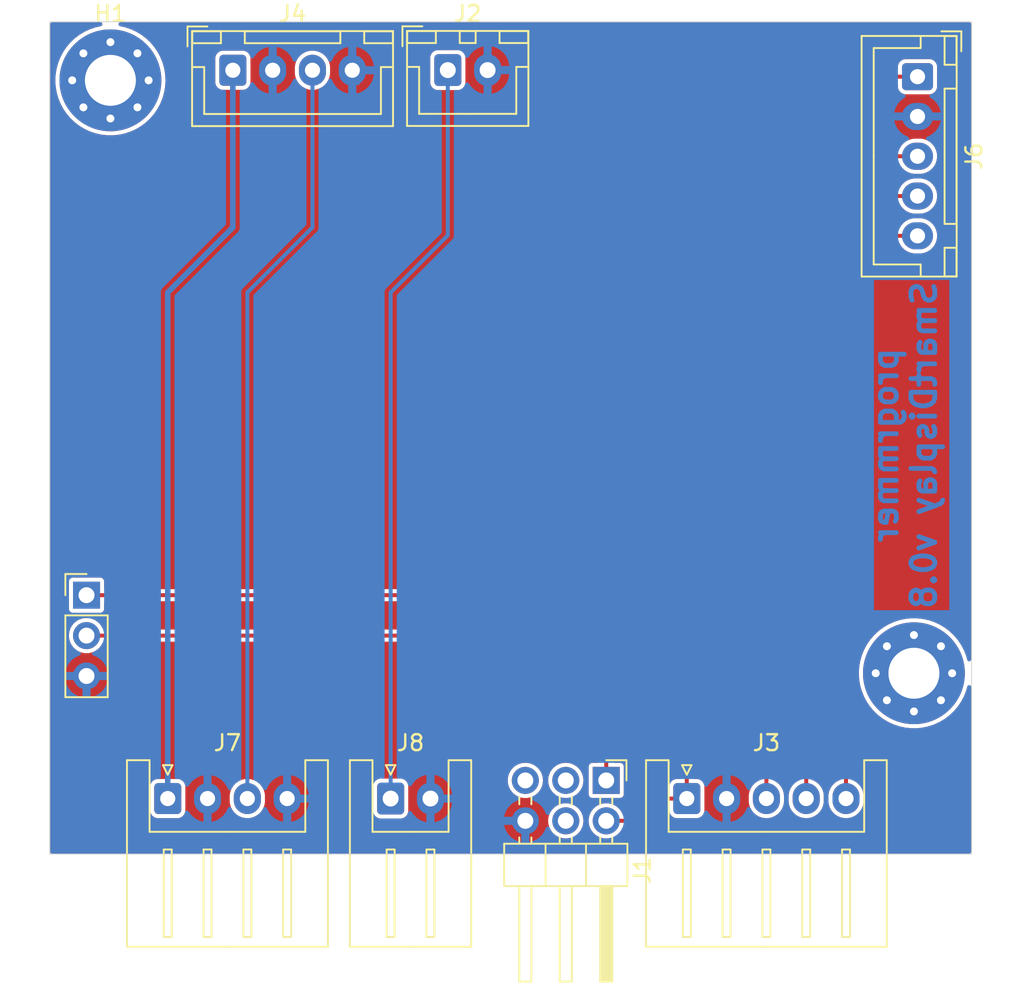
<source format=kicad_pcb>
(kicad_pcb (version 20221018) (generator pcbnew)
  (layers (0 "F.Cu" signal) (31 "B.Cu" signal) (34 "B.Paste" user) (35 "F.Paste" user) (36 "B.SilkS" user "B.Silkscreen") (37 "F.SilkS" user "F.Silkscreen") (38 "B.Mask" user) (39 "F.Mask" user) (44 "Edge.Cuts" user))
  (net 0 "")
  (net 1 "GND")
  (net 5 "KEY")
  (net 6 "RESET")
  (net 7 "TXD")
  (net 8 "RXD")
  (net 9 "+12V")
  (net 12 "INSTR.BEL")
  (net 13 "UPDI")
  (net 14 "+3V3")
  (footprint "MountingHole:MountingHole_3.2mm_M3_Pad_Via" (layer "F.Cu") (at 73.6 39.589)
    (fp_text reference "H1" (at 0 -4.2) (layer "F.SilkS"))
    (fp_text value "MountingHole_Pad")
    (pad "1" thru_hole circle (at -2.4 0) (size 0.8 0.8) (drill 0.5) (layers "*.Cu" "*.Mask"))
    (pad "1" thru_hole circle (at -1.697056 -1.697056) (size 0.8 0.8) (drill 0.5) (layers "*.Cu" "*.Mask"))
    (pad "1" thru_hole circle (at -1.697056 1.697056) (size 0.8 0.8) (drill 0.5) (layers "*.Cu" "*.Mask"))
    (pad "1" thru_hole circle (at 0 -2.4) (size 0.8 0.8) (drill 0.5) (layers "*.Cu" "*.Mask"))
    (pad "1" thru_hole circle (at 0 0) (size 6.4 6.4) (drill 3.2) (layers "*.Cu" "*.Mask"))
    (pad "1" thru_hole circle (at 0 2.4) (size 0.8 0.8) (drill 0.5) (layers "*.Cu" "*.Mask"))
    (pad "1" thru_hole circle (at 1.697056 -1.697056) (size 0.8 0.8) (drill 0.5) (layers "*.Cu" "*.Mask"))
    (pad "1" thru_hole circle (at 1.697056 1.697056) (size 0.8 0.8) (drill 0.5) (layers "*.Cu" "*.Mask"))
    (pad "1" thru_hole circle (at 2.4 0) (size 0.8 0.8) (drill 0.5) (layers "*.Cu" "*.Mask"))
  )
  (footprint "MountingHole:MountingHole_3.2mm_M3_Pad_Via" (layer "F.Cu") (at 124.065056 76.846056)
    (fp_text reference "H2" hide)
    (fp_text value "MountingHole_Pad")
    (pad "1" thru_hole circle (at -2.4 0) (size 0.8 0.8) (drill 0.5) (layers "*.Cu" "*.Mask"))
    (pad "1" thru_hole circle (at -1.697056 -1.697056) (size 0.8 0.8) (drill 0.5) (layers "*.Cu" "*.Mask"))
    (pad "1" thru_hole circle (at -1.697056 1.697056) (size 0.8 0.8) (drill 0.5) (layers "*.Cu" "*.Mask"))
    (pad "1" thru_hole circle (at 0 -2.4) (size 0.8 0.8) (drill 0.5) (layers "*.Cu" "*.Mask"))
    (pad "1" thru_hole circle (at 0 0) (size 6.4 6.4) (drill 3.2) (layers "*.Cu" "*.Mask"))
    (pad "1" thru_hole circle (at 0 2.4) (size 0.8 0.8) (drill 0.5) (layers "*.Cu" "*.Mask"))
    (pad "1" thru_hole circle (at 1.697056 -1.697056) (size 0.8 0.8) (drill 0.5) (layers "*.Cu" "*.Mask"))
    (pad "1" thru_hole circle (at 1.697056 1.697056) (size 0.8 0.8) (drill 0.5) (layers "*.Cu" "*.Mask"))
    (pad "1" thru_hole circle (at 2.4 0) (size 0.8 0.8) (drill 0.5) (layers "*.Cu" "*.Mask"))
  )
  (footprint "Connector_JST:JST_XH_B5B-XH-A_1x05_P2.50mm_Vertical" (layer "F.Cu") (at 124.29 39.36 -90)
    (fp_text reference "J6" (at 5 -3.55 90) (layer "F.SilkS"))
    (fp_text value "PROG/SERIAL")
    (fp_line (start -2.85 -2.75) (end -2.85 -1.5) (stroke (width 0.12)) (layer "F.SilkS"))
    (fp_line (start -2.56 -2.46) (end -2.56 3.51) (stroke (width 0.12)) (layer "F.SilkS"))
    (fp_line (start -2.56 3.51) (end 12.56 3.51) (stroke (width 0.12)) (layer "F.SilkS"))
    (fp_line (start -2.55 -2.45) (end -2.55 -1.7) (stroke (width 0.12)) (layer "F.SilkS"))
    (fp_line (start -2.55 -1.7) (end -0.75 -1.7) (stroke (width 0.12)) (layer "F.SilkS"))
    (fp_line (start -2.55 -0.2) (end -1.8 -0.2) (stroke (width 0.12)) (layer "F.SilkS"))
    (fp_line (start -1.8 -0.2) (end -1.8 2.75) (stroke (width 0.12)) (layer "F.SilkS"))
    (fp_line (start -1.8 2.75) (end 5 2.75) (stroke (width 0.12)) (layer "F.SilkS"))
    (fp_line (start -1.6 -2.75) (end -2.85 -2.75) (stroke (width 0.12)) (layer "F.SilkS"))
    (fp_line (start -0.75 -2.45) (end -2.55 -2.45) (stroke (width 0.12)) (layer "F.SilkS"))
    (fp_line (start -0.75 -1.7) (end -0.75 -2.45) (stroke (width 0.12)) (layer "F.SilkS"))
    (fp_line (start 0.75 -2.45) (end 0.75 -1.7) (stroke (width 0.12)) (layer "F.SilkS"))
    (fp_line (start 0.75 -1.7) (end 9.25 -1.7) (stroke (width 0.12)) (layer "F.SilkS"))
    (fp_line (start 9.25 -2.45) (end 0.75 -2.45) (stroke (width 0.12)) (layer "F.SilkS"))
    (fp_line (start 9.25 -1.7) (end 9.25 -2.45) (stroke (width 0.12)) (layer "F.SilkS"))
    (fp_line (start 10.75 -2.45) (end 10.75 -1.7) (stroke (width 0.12)) (layer "F.SilkS"))
    (fp_line (start 10.75 -1.7) (end 12.55 -1.7) (stroke (width 0.12)) (layer "F.SilkS"))
    (fp_line (start 11.8 -0.2) (end 11.8 2.75) (stroke (width 0.12)) (layer "F.SilkS"))
    (fp_line (start 11.8 2.75) (end 5 2.75) (stroke (width 0.12)) (layer "F.SilkS"))
    (fp_line (start 12.55 -2.45) (end 10.75 -2.45) (stroke (width 0.12)) (layer "F.SilkS"))
    (fp_line (start 12.55 -1.7) (end 12.55 -2.45) (stroke (width 0.12)) (layer "F.SilkS"))
    (fp_line (start 12.55 -0.2) (end 11.8 -0.2) (stroke (width 0.12)) (layer "F.SilkS"))
    (fp_line (start 12.56 -2.46) (end -2.56 -2.46) (stroke (width 0.12)) (layer "F.SilkS"))
    (fp_line (start 12.56 3.51) (end 12.56 -2.46) (stroke (width 0.12)) (layer "F.SilkS"))
    (pad "1" thru_hole roundrect (at 0 0 270) (size 1.7 1.95) (drill 0.95) (layers "*.Cu" "*.Mask") (roundrect_rratio 0.1470588235) (net 14 "+3V3"))
    (pad "2" thru_hole oval (at 2.5 0 270) (size 1.7 1.95) (drill 0.95) (layers "*.Cu" "*.Mask") (net 1 "GND"))
    (pad "3" thru_hole oval (at 5 0 270) (size 1.7 1.95) (drill 0.95) (layers "*.Cu" "*.Mask") (net 8 "RXD"))
    (pad "4" thru_hole oval (at 7.5 0 270) (size 1.7 1.95) (drill 0.95) (layers "*.Cu" "*.Mask") (net 7 "TXD"))
    (pad "5" thru_hole oval (at 10 0 270) (size 1.7 1.95) (drill 0.95) (layers "*.Cu" "*.Mask") (net 6 "RESET"))
  )
  (footprint "Connector_PinHeader_2.54mm:PinHeader_2x03_P2.54mm_Horizontal" (layer "F.Cu") (at 104.74 83.58 -90)
    (fp_text reference "J1" (at 5.655 -2.27 90) (layer "F.SilkS"))
    (fp_text value "UPDI")
    (fp_line (start -1.27 -1.27) (end 0 -1.27) (stroke (width 0.12)) (layer "F.SilkS"))
    (fp_line (start -1.27 0) (end -1.27 -1.27) (stroke (width 0.12)) (layer "F.SilkS"))
    (fp_line (start 1.042929 2.16) (end 1.497071 2.16) (stroke (width 0.12)) (layer "F.SilkS"))
    (fp_line (start 1.042929 2.92) (end 1.497071 2.92) (stroke (width 0.12)) (layer "F.SilkS"))
    (fp_line (start 1.042929 4.7) (end 1.497071 4.7) (stroke (width 0.12)) (layer "F.SilkS"))
    (fp_line (start 1.042929 5.46) (end 1.497071 5.46) (stroke (width 0.12)) (layer "F.SilkS"))
    (fp_line (start 1.11 -0.38) (end 1.497071 -0.38) (stroke (width 0.12)) (layer "F.SilkS"))
    (fp_line (start 1.11 0.38) (end 1.497071 0.38) (stroke (width 0.12)) (layer "F.SilkS"))
    (fp_line (start 3.582929 -0.38) (end 3.98 -0.38) (stroke (width 0.12)) (layer "F.SilkS"))
    (fp_line (start 3.582929 0.38) (end 3.98 0.38) (stroke (width 0.12)) (layer "F.SilkS"))
    (fp_line (start 3.582929 2.16) (end 3.98 2.16) (stroke (width 0.12)) (layer "F.SilkS"))
    (fp_line (start 3.582929 2.92) (end 3.98 2.92) (stroke (width 0.12)) (layer "F.SilkS"))
    (fp_line (start 3.582929 4.7) (end 3.98 4.7) (stroke (width 0.12)) (layer "F.SilkS"))
    (fp_line (start 3.582929 5.46) (end 3.98 5.46) (stroke (width 0.12)) (layer "F.SilkS"))
    (fp_line (start 3.98 -1.33) (end 3.98 6.41) (stroke (width 0.12)) (layer "F.SilkS"))
    (fp_line (start 3.98 1.27) (end 6.64 1.27) (stroke (width 0.12)) (layer "F.SilkS"))
    (fp_line (start 3.98 3.81) (end 6.64 3.81) (stroke (width 0.12)) (layer "F.SilkS"))
    (fp_line (start 3.98 6.41) (end 6.64 6.41) (stroke (width 0.12)) (layer "F.SilkS"))
    (fp_line (start 6.64 -1.33) (end 3.98 -1.33) (stroke (width 0.12)) (layer "F.SilkS"))
    (fp_line (start 6.64 -0.38) (end 12.64 -0.38) (stroke (width 0.12)) (layer "F.SilkS"))
    (fp_line (start 6.64 -0.32) (end 12.64 -0.32) (stroke (width 0.12)) (layer "F.SilkS"))
    (fp_line (start 6.64 -0.2) (end 12.64 -0.2) (stroke (width 0.12)) (layer "F.SilkS"))
    (fp_line (start 6.64 -0.08) (end 12.64 -0.08) (stroke (width 0.12)) (layer "F.SilkS"))
    (fp_line (start 6.64 0.04) (end 12.64 0.04) (stroke (width 0.12)) (layer "F.SilkS"))
    (fp_line (start 6.64 0.16) (end 12.64 0.16) (stroke (width 0.12)) (layer "F.SilkS"))
    (fp_line (start 6.64 0.28) (end 12.64 0.28) (stroke (width 0.12)) (layer "F.SilkS"))
    (fp_line (start 6.64 2.16) (end 12.64 2.16) (stroke (width 0.12)) (layer "F.SilkS"))
    (fp_line (start 6.64 4.7) (end 12.64 4.7) (stroke (width 0.12)) (layer "F.SilkS"))
    (fp_line (start 6.64 6.41) (end 6.64 -1.33) (stroke (width 0.12)) (layer "F.SilkS"))
    (fp_line (start 12.64 -0.38) (end 12.64 0.38) (stroke (width 0.12)) (layer "F.SilkS"))
    (fp_line (start 12.64 0.38) (end 6.64 0.38) (stroke (width 0.12)) (layer "F.SilkS"))
    (fp_line (start 12.64 2.16) (end 12.64 2.92) (stroke (width 0.12)) (layer "F.SilkS"))
    (fp_line (start 12.64 2.92) (end 6.64 2.92) (stroke (width 0.12)) (layer "F.SilkS"))
    (fp_line (start 12.64 4.7) (end 12.64 5.46) (stroke (width 0.12)) (layer "F.SilkS"))
    (fp_line (start 12.64 5.46) (end 6.64 5.46) (stroke (width 0.12)) (layer "F.SilkS"))
    (pad "1" thru_hole rect (at 0 0 270) (size 1.7 1.7) (drill 1) (layers "*.Cu" "*.Mask") (net 13 "UPDI"))
    (pad "2" thru_hole oval (at 2.54 0 270) (size 1.7 1.7) (drill 1) (layers "*.Cu" "*.Mask") (net 14 "+3V3"))
    (pad "3" thru_hole oval (at 0 2.54 270) (size 1.7 1.7) (drill 1) (layers "*.Cu" "*.Mask"))
    (pad "4" thru_hole oval (at 2.54 2.54 270) (size 1.7 1.7) (drill 1) (layers "*.Cu" "*.Mask"))
    (pad "5" thru_hole oval (at 0 5.08 270) (size 1.7 1.7) (drill 1) (layers "*.Cu" "*.Mask"))
    (pad "6" thru_hole oval (at 2.54 5.08 270) (size 1.7 1.7) (drill 1) (layers "*.Cu" "*.Mask") (net 1 "GND"))
  )
  (footprint "Connector_JST:JST_XH_B2B-XH-A_1x02_P2.50mm_Vertical" (layer "F.Cu") (at 94.79 38.945)
    (fp_text reference "J2" (at 1.25 -3.55) (layer "F.SilkS"))
    (fp_text value "KEY")
    (fp_line (start -2.85 -2.75) (end -2.85 -1.5) (stroke (width 0.12)) (layer "F.SilkS"))
    (fp_line (start -2.56 -2.46) (end -2.56 3.51) (stroke (width 0.12)) (layer "F.SilkS"))
    (fp_line (start -2.56 3.51) (end 5.06 3.51) (stroke (width 0.12)) (layer "F.SilkS"))
    (fp_line (start -2.55 -2.45) (end -2.55 -1.7) (stroke (width 0.12)) (layer "F.SilkS"))
    (fp_line (start -2.55 -1.7) (end -0.75 -1.7) (stroke (width 0.12)) (layer "F.SilkS"))
    (fp_line (start -2.55 -0.2) (end -1.8 -0.2) (stroke (width 0.12)) (layer "F.SilkS"))
    (fp_line (start -1.8 -0.2) (end -1.8 2.75) (stroke (width 0.12)) (layer "F.SilkS"))
    (fp_line (start -1.8 2.75) (end 1.25 2.75) (stroke (width 0.12)) (layer "F.SilkS"))
    (fp_line (start -1.6 -2.75) (end -2.85 -2.75) (stroke (width 0.12)) (layer "F.SilkS"))
    (fp_line (start -0.75 -2.45) (end -2.55 -2.45) (stroke (width 0.12)) (layer "F.SilkS"))
    (fp_line (start -0.75 -1.7) (end -0.75 -2.45) (stroke (width 0.12)) (layer "F.SilkS"))
    (fp_line (start 0.75 -2.45) (end 0.75 -1.7) (stroke (width 0.12)) (layer "F.SilkS"))
    (fp_line (start 0.75 -1.7) (end 1.75 -1.7) (stroke (width 0.12)) (layer "F.SilkS"))
    (fp_line (start 1.75 -2.45) (end 0.75 -2.45) (stroke (width 0.12)) (layer "F.SilkS"))
    (fp_line (start 1.75 -1.7) (end 1.75 -2.45) (stroke (width 0.12)) (layer "F.SilkS"))
    (fp_line (start 3.25 -2.45) (end 3.25 -1.7) (stroke (width 0.12)) (layer "F.SilkS"))
    (fp_line (start 3.25 -1.7) (end 5.05 -1.7) (stroke (width 0.12)) (layer "F.SilkS"))
    (fp_line (start 4.3 -0.2) (end 4.3 2.75) (stroke (width 0.12)) (layer "F.SilkS"))
    (fp_line (start 4.3 2.75) (end 1.25 2.75) (stroke (width 0.12)) (layer "F.SilkS"))
    (fp_line (start 5.05 -2.45) (end 3.25 -2.45) (stroke (width 0.12)) (layer "F.SilkS"))
    (fp_line (start 5.05 -1.7) (end 5.05 -2.45) (stroke (width 0.12)) (layer "F.SilkS"))
    (fp_line (start 5.05 -0.2) (end 4.3 -0.2) (stroke (width 0.12)) (layer "F.SilkS"))
    (fp_line (start 5.06 -2.46) (end -2.56 -2.46) (stroke (width 0.12)) (layer "F.SilkS"))
    (fp_line (start 5.06 3.51) (end 5.06 -2.46) (stroke (width 0.12)) (layer "F.SilkS"))
    (pad "1" thru_hole roundrect (at 0 0) (size 1.7 2) (drill 1) (layers "*.Cu" "*.Mask") (roundrect_rratio 0.1470588235) (net 5 "KEY"))
    (pad "2" thru_hole oval (at 2.5 0) (size 1.7 2) (drill 1) (layers "*.Cu" "*.Mask") (net 1 "GND"))
  )
  (footprint "Connector_JST:JST_XH_S5B-XH-A_1x05_P2.50mm_Horizontal" (layer "F.Cu") (at 109.8 84.72)
    (fp_text reference "J3" (at 5 -3.5) (layer "F.SilkS"))
    (fp_text value "SERIAL")
    (fp_line (start -2.56 -2.41) (end -1.14 -2.41) (stroke (width 0.12)) (layer "F.SilkS"))
    (fp_line (start -2.56 9.31) (end -2.56 -2.41) (stroke (width 0.12)) (layer "F.SilkS"))
    (fp_line (start -1.14 -2.41) (end -1.14 2.09) (stroke (width 0.12)) (layer "F.SilkS"))
    (fp_line (start -1.14 2.09) (end 5 2.09) (stroke (width 0.12)) (layer "F.SilkS"))
    (fp_line (start -0.3 -2.1) (end 0.3 -2.1) (stroke (width 0.12)) (layer "F.SilkS"))
    (fp_line (start -0.25 3.2) (end -0.25 8.7) (stroke (width 0.12)) (layer "F.SilkS"))
    (fp_line (start -0.25 8.7) (end 0.25 8.7) (stroke (width 0.12)) (layer "F.SilkS"))
    (fp_line (start 0 -1.5) (end -0.3 -2.1) (stroke (width 0.12)) (layer "F.SilkS"))
    (fp_line (start 0.25 3.2) (end -0.25 3.2) (stroke (width 0.12)) (layer "F.SilkS"))
    (fp_line (start 0.25 8.7) (end 0.25 3.2) (stroke (width 0.12)) (layer "F.SilkS"))
    (fp_line (start 0.3 -2.1) (end 0 -1.5) (stroke (width 0.12)) (layer "F.SilkS"))
    (fp_line (start 2.25 3.2) (end 2.25 8.7) (stroke (width 0.12)) (layer "F.SilkS"))
    (fp_line (start 2.25 8.7) (end 2.75 8.7) (stroke (width 0.12)) (layer "F.SilkS"))
    (fp_line (start 2.75 3.2) (end 2.25 3.2) (stroke (width 0.12)) (layer "F.SilkS"))
    (fp_line (start 2.75 8.7) (end 2.75 3.2) (stroke (width 0.12)) (layer "F.SilkS"))
    (fp_line (start 4.75 3.2) (end 4.75 8.7) (stroke (width 0.12)) (layer "F.SilkS"))
    (fp_line (start 4.75 8.7) (end 5.25 8.7) (stroke (width 0.12)) (layer "F.SilkS"))
    (fp_line (start 5 9.31) (end -2.56 9.31) (stroke (width 0.12)) (layer "F.SilkS"))
    (fp_line (start 5 9.31) (end 12.56 9.31) (stroke (width 0.12)) (layer "F.SilkS"))
    (fp_line (start 5.25 3.2) (end 4.75 3.2) (stroke (width 0.12)) (layer "F.SilkS"))
    (fp_line (start 5.25 8.7) (end 5.25 3.2) (stroke (width 0.12)) (layer "F.SilkS"))
    (fp_line (start 7.25 3.2) (end 7.25 8.7) (stroke (width 0.12)) (layer "F.SilkS"))
    (fp_line (start 7.25 8.7) (end 7.75 8.7) (stroke (width 0.12)) (layer "F.SilkS"))
    (fp_line (start 7.75 3.2) (end 7.25 3.2) (stroke (width 0.12)) (layer "F.SilkS"))
    (fp_line (start 7.75 8.7) (end 7.75 3.2) (stroke (width 0.12)) (layer "F.SilkS"))
    (fp_line (start 9.75 3.2) (end 9.75 8.7) (stroke (width 0.12)) (layer "F.SilkS"))
    (fp_line (start 9.75 8.7) (end 10.25 8.7) (stroke (width 0.12)) (layer "F.SilkS"))
    (fp_line (start 10.25 3.2) (end 9.75 3.2) (stroke (width 0.12)) (layer "F.SilkS"))
    (fp_line (start 10.25 8.7) (end 10.25 3.2) (stroke (width 0.12)) (layer "F.SilkS"))
    (fp_line (start 11.14 -2.41) (end 11.14 2.09) (stroke (width 0.12)) (layer "F.SilkS"))
    (fp_line (start 11.14 2.09) (end 5 2.09) (stroke (width 0.12)) (layer "F.SilkS"))
    (fp_line (start 12.56 -2.41) (end 11.14 -2.41) (stroke (width 0.12)) (layer "F.SilkS"))
    (fp_line (start 12.56 9.31) (end 12.56 -2.41) (stroke (width 0.12)) (layer "F.SilkS"))
    (pad "1" thru_hole roundrect (at 0 0) (size 1.7 1.95) (drill 0.95) (layers "*.Cu" "*.Mask") (roundrect_rratio 0.1470588235) (net 14 "+3V3"))
    (pad "2" thru_hole oval (at 2.5 0) (size 1.7 1.95) (drill 0.95) (layers "*.Cu" "*.Mask") (net 1 "GND"))
    (pad "3" thru_hole oval (at 5 0) (size 1.7 1.95) (drill 0.95) (layers "*.Cu" "*.Mask") (net 8 "RXD"))
    (pad "4" thru_hole oval (at 7.5 0) (size 1.7 1.95) (drill 0.95) (layers "*.Cu" "*.Mask") (net 7 "TXD"))
    (pad "5" thru_hole oval (at 10 0) (size 1.7 1.95) (drill 0.95) (layers "*.Cu" "*.Mask") (net 6 "RESET"))
  )
  (footprint "Connector_JST:JST_XH_S2B-XH-A_1x02_P2.50mm_Horizontal" (layer "F.Cu") (at 91.2 84.72)
    (fp_text reference "J8" (at 1.25 -3.5) (layer "F.SilkS"))
    (fp_text value "KEY")
    (fp_line (start -2.56 -2.41) (end -1.14 -2.41) (stroke (width 0.12)) (layer "F.SilkS"))
    (fp_line (start -2.56 9.31) (end -2.56 -2.41) (stroke (width 0.12)) (layer "F.SilkS"))
    (fp_line (start -1.14 -2.41) (end -1.14 2.09) (stroke (width 0.12)) (layer "F.SilkS"))
    (fp_line (start -1.14 2.09) (end 1.25 2.09) (stroke (width 0.12)) (layer "F.SilkS"))
    (fp_line (start -0.3 -2.1) (end 0.3 -2.1) (stroke (width 0.12)) (layer "F.SilkS"))
    (fp_line (start -0.25 3.2) (end -0.25 8.7) (stroke (width 0.12)) (layer "F.SilkS"))
    (fp_line (start -0.25 8.7) (end 0.25 8.7) (stroke (width 0.12)) (layer "F.SilkS"))
    (fp_line (start 0 -1.5) (end -0.3 -2.1) (stroke (width 0.12)) (layer "F.SilkS"))
    (fp_line (start 0.25 3.2) (end -0.25 3.2) (stroke (width 0.12)) (layer "F.SilkS"))
    (fp_line (start 0.25 8.7) (end 0.25 3.2) (stroke (width 0.12)) (layer "F.SilkS"))
    (fp_line (start 0.3 -2.1) (end 0 -1.5) (stroke (width 0.12)) (layer "F.SilkS"))
    (fp_line (start 1.25 9.31) (end -2.56 9.31) (stroke (width 0.12)) (layer "F.SilkS"))
    (fp_line (start 1.25 9.31) (end 5.06 9.31) (stroke (width 0.12)) (layer "F.SilkS"))
    (fp_line (start 2.25 3.2) (end 2.25 8.7) (stroke (width 0.12)) (layer "F.SilkS"))
    (fp_line (start 2.25 8.7) (end 2.75 8.7) (stroke (width 0.12)) (layer "F.SilkS"))
    (fp_line (start 2.75 3.2) (end 2.25 3.2) (stroke (width 0.12)) (layer "F.SilkS"))
    (fp_line (start 2.75 8.7) (end 2.75 3.2) (stroke (width 0.12)) (layer "F.SilkS"))
    (fp_line (start 3.64 -2.41) (end 3.64 2.09) (stroke (width 0.12)) (layer "F.SilkS"))
    (fp_line (start 3.64 2.09) (end 1.25 2.09) (stroke (width 0.12)) (layer "F.SilkS"))
    (fp_line (start 5.06 -2.41) (end 3.64 -2.41) (stroke (width 0.12)) (layer "F.SilkS"))
    (fp_line (start 5.06 9.31) (end 5.06 -2.41) (stroke (width 0.12)) (layer "F.SilkS"))
    (pad "1" thru_hole roundrect (at 0 0) (size 1.7 2) (drill 1) (layers "*.Cu" "*.Mask") (roundrect_rratio 0.1470588235) (net 5 "KEY"))
    (pad "2" thru_hole oval (at 2.5 0) (size 1.7 2) (drill 1) (layers "*.Cu" "*.Mask") (net 1 "GND"))
  )
  (footprint "Connector_JST:JST_XH_S4B-XH-A_1x04_P2.50mm_Horizontal" (layer "F.Cu") (at 77.2 84.72)
    (fp_text reference "J7" (at 3.75 -3.5) (layer "F.SilkS"))
    (fp_text value "PWR")
    (fp_line (start -2.56 -2.41) (end -1.14 -2.41) (stroke (width 0.12)) (layer "F.SilkS"))
    (fp_line (start -2.56 9.31) (end -2.56 -2.41) (stroke (width 0.12)) (layer "F.SilkS"))
    (fp_line (start -1.14 -2.41) (end -1.14 2.09) (stroke (width 0.12)) (layer "F.SilkS"))
    (fp_line (start -1.14 2.09) (end 3.75 2.09) (stroke (width 0.12)) (layer "F.SilkS"))
    (fp_line (start -0.3 -2.1) (end 0.3 -2.1) (stroke (width 0.12)) (layer "F.SilkS"))
    (fp_line (start -0.25 3.2) (end -0.25 8.7) (stroke (width 0.12)) (layer "F.SilkS"))
    (fp_line (start -0.25 8.7) (end 0.25 8.7) (stroke (width 0.12)) (layer "F.SilkS"))
    (fp_line (start 0 -1.5) (end -0.3 -2.1) (stroke (width 0.12)) (layer "F.SilkS"))
    (fp_line (start 0.25 3.2) (end -0.25 3.2) (stroke (width 0.12)) (layer "F.SilkS"))
    (fp_line (start 0.25 8.7) (end 0.25 3.2) (stroke (width 0.12)) (layer "F.SilkS"))
    (fp_line (start 0.3 -2.1) (end 0 -1.5) (stroke (width 0.12)) (layer "F.SilkS"))
    (fp_line (start 2.25 3.2) (end 2.25 8.7) (stroke (width 0.12)) (layer "F.SilkS"))
    (fp_line (start 2.25 8.7) (end 2.75 8.7) (stroke (width 0.12)) (layer "F.SilkS"))
    (fp_line (start 2.75 3.2) (end 2.25 3.2) (stroke (width 0.12)) (layer "F.SilkS"))
    (fp_line (start 2.75 8.7) (end 2.75 3.2) (stroke (width 0.12)) (layer "F.SilkS"))
    (fp_line (start 3.75 9.31) (end -2.56 9.31) (stroke (width 0.12)) (layer "F.SilkS"))
    (fp_line (start 3.75 9.31) (end 10.06 9.31) (stroke (width 0.12)) (layer "F.SilkS"))
    (fp_line (start 4.75 3.2) (end 4.75 8.7) (stroke (width 0.12)) (layer "F.SilkS"))
    (fp_line (start 4.75 8.7) (end 5.25 8.7) (stroke (width 0.12)) (layer "F.SilkS"))
    (fp_line (start 5.25 3.2) (end 4.75 3.2) (stroke (width 0.12)) (layer "F.SilkS"))
    (fp_line (start 5.25 8.7) (end 5.25 3.2) (stroke (width 0.12)) (layer "F.SilkS"))
    (fp_line (start 7.25 3.2) (end 7.25 8.7) (stroke (width 0.12)) (layer "F.SilkS"))
    (fp_line (start 7.25 8.7) (end 7.75 8.7) (stroke (width 0.12)) (layer "F.SilkS"))
    (fp_line (start 7.75 3.2) (end 7.25 3.2) (stroke (width 0.12)) (layer "F.SilkS"))
    (fp_line (start 7.75 8.7) (end 7.75 3.2) (stroke (width 0.12)) (layer "F.SilkS"))
    (fp_line (start 8.64 -2.41) (end 8.64 2.09) (stroke (width 0.12)) (layer "F.SilkS"))
    (fp_line (start 8.64 2.09) (end 3.75 2.09) (stroke (width 0.12)) (layer "F.SilkS"))
    (fp_line (start 10.06 -2.41) (end 8.64 -2.41) (stroke (width 0.12)) (layer "F.SilkS"))
    (fp_line (start 10.06 9.31) (end 10.06 -2.41) (stroke (width 0.12)) (layer "F.SilkS"))
    (pad "1" thru_hole roundrect (at 0 0) (size 1.7 1.95) (drill 0.95) (layers "*.Cu" "*.Mask") (roundrect_rratio 0.1470588235) (net 9 "+12V"))
    (pad "2" thru_hole oval (at 2.5 0) (size 1.7 1.95) (drill 0.95) (layers "*.Cu" "*.Mask") (net 1 "GND"))
    (pad "3" thru_hole oval (at 5 0) (size 1.7 1.95) (drill 0.95) (layers "*.Cu" "*.Mask") (net 12 "INSTR.BEL"))
    (pad "4" thru_hole oval (at 7.5 0) (size 1.7 1.95) (drill 0.95) (layers "*.Cu" "*.Mask") (net 1 "GND"))
  )
  (footprint "Connector_PinHeader_2.54mm:PinHeader_1x03_P2.54mm_Vertical" (layer "F.Cu") (at 72.1 71.94)
    (fp_text reference "J5" hide)
    (fp_text value "UPDI")
    (fp_line (start -1.33 -1.33) (end 0 -1.33) (stroke (width 0.12)) (layer "F.SilkS"))
    (fp_line (start -1.33 0) (end -1.33 -1.33) (stroke (width 0.12)) (layer "F.SilkS"))
    (fp_line (start -1.33 1.27) (end -1.33 6.41) (stroke (width 0.12)) (layer "F.SilkS"))
    (fp_line (start -1.33 1.27) (end 1.33 1.27) (stroke (width 0.12)) (layer "F.SilkS"))
    (fp_line (start -1.33 6.41) (end 1.33 6.41) (stroke (width 0.12)) (layer "F.SilkS"))
    (fp_line (start 1.33 1.27) (end 1.33 6.41) (stroke (width 0.12)) (layer "F.SilkS"))
    (pad "1" thru_hole rect (at 0 0) (size 1.7 1.7) (drill 1) (layers "*.Cu" "*.Mask") (net 14 "+3V3"))
    (pad "2" thru_hole oval (at 0 2.54) (size 1.7 1.7) (drill 1) (layers "*.Cu" "*.Mask") (net 13 "UPDI"))
    (pad "3" thru_hole oval (at 0 5.08) (size 1.7 1.7) (drill 1) (layers "*.Cu" "*.Mask") (net 1 "GND"))
  )
  (footprint "Connector_JST:JST_XH_B4B-XH-A_1x04_P2.50mm_Vertical" (layer "F.Cu") (at 81.29 38.955)
    (fp_text reference "J4" (at 3.75 -3.55) (layer "F.SilkS"))
    (fp_text value "PWR")
    (fp_line (start -2.85 -2.75) (end -2.85 -1.5) (stroke (width 0.12)) (layer "F.SilkS"))
    (fp_line (start -2.56 -2.46) (end -2.56 3.51) (stroke (width 0.12)) (layer "F.SilkS"))
    (fp_line (start -2.56 3.51) (end 10.06 3.51) (stroke (width 0.12)) (layer "F.SilkS"))
    (fp_line (start -2.55 -2.45) (end -2.55 -1.7) (stroke (width 0.12)) (layer "F.SilkS"))
    (fp_line (start -2.55 -1.7) (end -0.75 -1.7) (stroke (width 0.12)) (layer "F.SilkS"))
    (fp_line (start -2.55 -0.2) (end -1.8 -0.2) (stroke (width 0.12)) (layer "F.SilkS"))
    (fp_line (start -1.8 -0.2) (end -1.8 2.75) (stroke (width 0.12)) (layer "F.SilkS"))
    (fp_line (start -1.8 2.75) (end 3.75 2.75) (stroke (width 0.12)) (layer "F.SilkS"))
    (fp_line (start -1.6 -2.75) (end -2.85 -2.75) (stroke (width 0.12)) (layer "F.SilkS"))
    (fp_line (start -0.75 -2.45) (end -2.55 -2.45) (stroke (width 0.12)) (layer "F.SilkS"))
    (fp_line (start -0.75 -1.7) (end -0.75 -2.45) (stroke (width 0.12)) (layer "F.SilkS"))
    (fp_line (start 0.75 -2.45) (end 0.75 -1.7) (stroke (width 0.12)) (layer "F.SilkS"))
    (fp_line (start 0.75 -1.7) (end 6.75 -1.7) (stroke (width 0.12)) (layer "F.SilkS"))
    (fp_line (start 6.75 -2.45) (end 0.75 -2.45) (stroke (width 0.12)) (layer "F.SilkS"))
    (fp_line (start 6.75 -1.7) (end 6.75 -2.45) (stroke (width 0.12)) (layer "F.SilkS"))
    (fp_line (start 8.25 -2.45) (end 8.25 -1.7) (stroke (width 0.12)) (layer "F.SilkS"))
    (fp_line (start 8.25 -1.7) (end 10.05 -1.7) (stroke (width 0.12)) (layer "F.SilkS"))
    (fp_line (start 9.3 -0.2) (end 9.3 2.75) (stroke (width 0.12)) (layer "F.SilkS"))
    (fp_line (start 9.3 2.75) (end 3.75 2.75) (stroke (width 0.12)) (layer "F.SilkS"))
    (fp_line (start 10.05 -2.45) (end 8.25 -2.45) (stroke (width 0.12)) (layer "F.SilkS"))
    (fp_line (start 10.05 -1.7) (end 10.05 -2.45) (stroke (width 0.12)) (layer "F.SilkS"))
    (fp_line (start 10.05 -0.2) (end 9.3 -0.2) (stroke (width 0.12)) (layer "F.SilkS"))
    (fp_line (start 10.06 -2.46) (end -2.56 -2.46) (stroke (width 0.12)) (layer "F.SilkS"))
    (fp_line (start 10.06 3.51) (end 10.06 -2.46) (stroke (width 0.12)) (layer "F.SilkS"))
    (pad "1" thru_hole roundrect (at 0 0) (size 1.7 1.95) (drill 0.95) (layers "*.Cu" "*.Mask") (roundrect_rratio 0.1470588235) (net 9 "+12V"))
    (pad "2" thru_hole oval (at 2.5 0) (size 1.7 1.95) (drill 0.95) (layers "*.Cu" "*.Mask") (net 1 "GND"))
    (pad "3" thru_hole oval (at 5 0) (size 1.7 1.95) (drill 0.95) (layers "*.Cu" "*.Mask") (net 12 "INSTR.BEL"))
    (pad "4" thru_hole oval (at 7.5 0) (size 1.7 1.95) (drill 0.95) (layers "*.Cu" "*.Mask") (net 1 "GND"))
  )
  (gr_line (start 127.69 80.61) (end 127.69 35.91) (stroke (width 0.05)) (layer "Edge.Cuts"))
  (gr_line (start 69.79 80.61) (end 69.79 35.91) (stroke (width 0.05)) (layer "Edge.Cuts"))
  (gr_line (start 122.19 35.91) (end 125.19 35.91) (stroke (width 0.05)) (layer "Edge.Cuts"))
  (gr_line (start 127.69 81.61) (end 127.69 88.21) (stroke (width 0.05)) (layer "Edge.Cuts"))
  (gr_line (start 78.79 35.91) (end 122.19 35.91) (stroke (width 0.05)) (layer "Edge.Cuts"))
  (gr_line (start 127.69 88.21) (end 69.79 88.21) (stroke (width 0.05)) (layer "Edge.Cuts"))
  (gr_line (start 69.79 81.61) (end 69.79 88.21) (stroke (width 0.05)) (layer "Edge.Cuts"))
  (gr_line (start 69.79 80.61) (end 69.79 81.61) (stroke (width 0.05)) (layer "Edge.Cuts"))
  (gr_line (start 125.19 35.91) (end 127.69 35.91) (stroke (width 0.05)) (layer "Edge.Cuts"))
  (gr_line (start 69.79 35.91) (end 75.79 35.91) (stroke (width 0.05)) (layer "Edge.Cuts"))
  (gr_line (start 75.79 35.91) (end 78.79 35.91) (stroke (width 0.05)) (layer "Edge.Cuts"))
  (gr_line (start 127.69 80.61) (end 127.69 81.61) (stroke (width 0.05)) (layer "Edge.Cuts"))
  (gr_text "progrmmer\nSmartDisplay v0.8" (at 123.49 62.51 90) (layer "B.Cu") (effects (font (size 1.5 1.5) (thickness 0.3)) (justify mirror)))
  (segment (start 89.134 39.766) (end 89.134 38.954) (width 0.25) (layer "B.Cu") (net 1))
  (segment (start 91.2 84.72) (end 91.2 52.92) (width 0.25) (layer "B.Cu") (net 5))
  (segment (start 91.2 52.92) (end 94.79 49.33) (width 0.25) (layer "B.Cu") (net 5))
  (segment (start 94.79 49.33) (end 94.79 38.945) (width 0.25) (layer "B.Cu") (net 5))
  (segment (start 119.8 84.72) (end 119.8 50.12) (width 0.25) (layer "F.Cu") (net 6))
  (segment (start 120.56 49.36) (end 124.29 49.36) (width 0.25) (layer "F.Cu") (net 6))
  (segment (start 119.8 50.12) (end 120.56 49.36) (width 0.25) (layer "F.Cu") (net 6))
  (segment (start 119.06 46.86) (end 124.29 46.86) (width 0.25) (layer "F.Cu") (net 7))
  (segment (start 117.3 84.72) (end 117.3 48.62) (width 0.25) (layer "F.Cu") (net 7))
  (segment (start 117.3 48.62) (end 119.06 46.86) (width 0.25) (layer "F.Cu") (net 7))
  (segment (start 114.8 84.72) (end 114.8 47.92) (width 0.25) (layer "F.Cu") (net 8))
  (segment (start 114.8 47.92) (end 118.36 44.36) (width 0.25) (layer "F.Cu") (net 8))
  (segment (start 118.36 44.36) (end 124.29 44.36) (width 0.25) (layer "F.Cu") (net 8))
  (segment (start 81.29 48.83) (end 81.29 38.955) (width 0.35) (layer "B.Cu") (net 9))
  (segment (start 77.2 52.92) (end 81.29 48.83) (width 0.35) (layer "B.Cu") (net 9))
  (segment (start 77.2 84.72) (end 77.2 52.92) (width 0.35) (layer "B.Cu") (net 9))
  (segment (start 82.2 84.72) (end 82.2 52.92) (width 0.25) (layer "B.Cu") (net 12))
  (segment (start 82.2 52.92) (end 86.29 48.83) (width 0.25) (layer "B.Cu") (net 12))
  (segment (start 86.29 48.83) (end 86.29 38.955) (width 0.25) (layer "B.Cu") (net 12))
  (segment (start 104.74 79.86) (end 104.74 83.58) (width 0.25) (layer "F.Cu") (net 13))
  (segment (start 72.1 74.48) (end 99.36 74.48) (width 0.25) (layer "F.Cu") (net 13))
  (segment (start 99.36 74.48) (end 104.74 79.86) (width 0.25) (layer "F.Cu") (net 13))
  (segment (start 107.6 84.72) (end 109.8 84.72) (width 0.25) (layer "F.Cu") (net 14))
  (segment (start 72.1 71.94) (end 109.78 71.94) (width 0.25) (layer "F.Cu") (net 14))
  (segment (start 109.78 71.94) (end 109.8 71.92) (width 0.25) (layer "F.Cu") (net 14))
  (segment (start 109.8 84.72) (end 109.8 71.92) (width 0.25) (layer "F.Cu") (net 14))
  (segment (start 113.76 39.36) (end 124.29 39.36) (width 0.25) (layer "F.Cu") (net 14))
  (segment (start 109.8 71.92) (end 109.8 43.32) (width 0.25) (layer "F.Cu") (net 14))
  (segment (start 106.2 86.12) (end 107.6 84.72) (width 0.25) (layer "F.Cu") (net 14))
  (segment (start 109.8 43.32) (end 113.76 39.36) (width 0.25) (layer "F.Cu") (net 14))
  (segment (start 104.74 86.12) (end 106.2 86.12) (width 0.25) (layer "F.Cu") (net 14))
  (zone (net 1) (net_name "GND") (layer "F.Cu") (connect_pads yes (clearance 0.254)) (min_thickness 0.254) (fill yes (thermal_gap 0.508) (thermal_bridge_width 0.508))
    (polygon (pts (xy 127.702 88.21) (xy 69.79 88.21) (xy 69.79 35.906) (xy 127.702 35.906)))
  )
  (zone (net 1) (net_name "GND") (layer "B.Cu") (connect_pads (clearance 0.254)) (min_thickness 0.254) (fill yes (thermal_gap 0.508) (thermal_bridge_width 0.508))
    (polygon (pts (xy 127.702 88.21) (xy 69.79 88.21) (xy 69.79 35.906) (xy 127.702 35.906)))
  )
)
</source>
